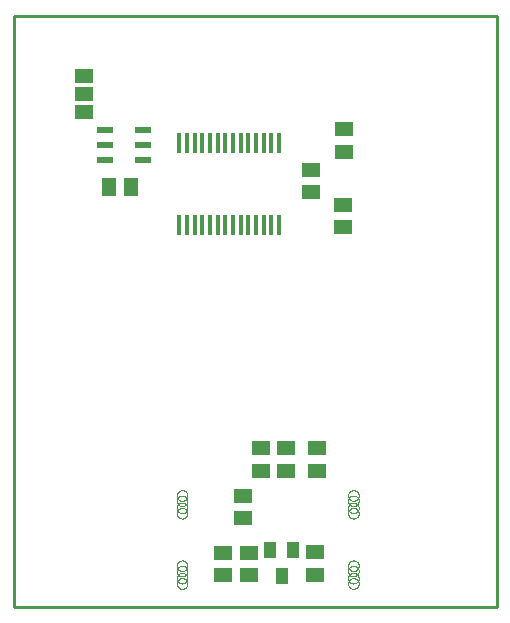
<source format=gbp>
G75*
%MOIN*%
%OFA0B0*%
%FSLAX25Y25*%
%IPPOS*%
%LPD*%
%AMOC8*
5,1,8,0,0,1.08239X$1,22.5*
%
%ADD10C,0.01000*%
%ADD11R,0.05236X0.02087*%
%ADD12R,0.05118X0.05906*%
%ADD13R,0.06300X0.04600*%
%ADD14R,0.01370X0.07087*%
%ADD15C,0.00000*%
%ADD16R,0.05906X0.05118*%
%ADD17R,0.03937X0.05512*%
%ADD18R,0.06299X0.05118*%
D10*
X0045031Y0019923D02*
X0045031Y0216673D01*
X0206031Y0216673D01*
X0206031Y0019923D01*
X0045031Y0019923D01*
D11*
X0075431Y0168773D03*
X0075431Y0173773D03*
X0075431Y0178773D03*
X0088031Y0178773D03*
X0088031Y0173773D03*
X0088031Y0168773D03*
D12*
X0084221Y0159823D03*
X0076741Y0159823D03*
D13*
X0068431Y0184923D03*
X0068431Y0190923D03*
X0068431Y0196923D03*
D14*
X0100204Y0174429D03*
X0102763Y0174429D03*
X0105323Y0174429D03*
X0107882Y0174429D03*
X0110441Y0174429D03*
X0113000Y0174429D03*
X0115559Y0174429D03*
X0118118Y0174429D03*
X0120677Y0174429D03*
X0123236Y0174429D03*
X0125795Y0174429D03*
X0128354Y0174429D03*
X0130913Y0174429D03*
X0133472Y0174429D03*
X0133472Y0147216D03*
X0130913Y0147216D03*
X0128354Y0147216D03*
X0125795Y0147216D03*
X0123236Y0147216D03*
X0120677Y0147216D03*
X0118118Y0147216D03*
X0115559Y0147216D03*
X0113000Y0147216D03*
X0110441Y0147216D03*
X0107882Y0147216D03*
X0105323Y0147216D03*
X0102763Y0147216D03*
X0100204Y0147216D03*
D15*
X0099416Y0056974D02*
X0099418Y0057058D01*
X0099424Y0057141D01*
X0099434Y0057224D01*
X0099448Y0057307D01*
X0099465Y0057389D01*
X0099487Y0057470D01*
X0099512Y0057549D01*
X0099541Y0057628D01*
X0099574Y0057705D01*
X0099610Y0057780D01*
X0099650Y0057854D01*
X0099693Y0057926D01*
X0099740Y0057995D01*
X0099790Y0058062D01*
X0099843Y0058127D01*
X0099899Y0058189D01*
X0099957Y0058249D01*
X0100019Y0058306D01*
X0100083Y0058359D01*
X0100150Y0058410D01*
X0100219Y0058457D01*
X0100290Y0058502D01*
X0100363Y0058542D01*
X0100438Y0058579D01*
X0100515Y0058613D01*
X0100593Y0058643D01*
X0100672Y0058669D01*
X0100753Y0058692D01*
X0100835Y0058710D01*
X0100917Y0058725D01*
X0101000Y0058736D01*
X0101083Y0058743D01*
X0101167Y0058746D01*
X0101251Y0058745D01*
X0101334Y0058740D01*
X0101418Y0058731D01*
X0101500Y0058718D01*
X0101582Y0058702D01*
X0101663Y0058681D01*
X0101744Y0058657D01*
X0101822Y0058629D01*
X0101900Y0058597D01*
X0101976Y0058561D01*
X0102050Y0058522D01*
X0102122Y0058480D01*
X0102192Y0058434D01*
X0102260Y0058385D01*
X0102325Y0058333D01*
X0102388Y0058278D01*
X0102448Y0058220D01*
X0102506Y0058159D01*
X0102560Y0058095D01*
X0102612Y0058029D01*
X0102660Y0057961D01*
X0102705Y0057890D01*
X0102746Y0057817D01*
X0102785Y0057743D01*
X0102819Y0057667D01*
X0102850Y0057589D01*
X0102877Y0057510D01*
X0102901Y0057429D01*
X0102920Y0057348D01*
X0102936Y0057266D01*
X0102948Y0057183D01*
X0102956Y0057099D01*
X0102960Y0057016D01*
X0102960Y0056932D01*
X0102956Y0056849D01*
X0102948Y0056765D01*
X0102936Y0056682D01*
X0102920Y0056600D01*
X0102901Y0056519D01*
X0102877Y0056438D01*
X0102850Y0056359D01*
X0102819Y0056281D01*
X0102785Y0056205D01*
X0102746Y0056131D01*
X0102705Y0056058D01*
X0102660Y0055987D01*
X0102612Y0055919D01*
X0102560Y0055853D01*
X0102506Y0055789D01*
X0102448Y0055728D01*
X0102388Y0055670D01*
X0102325Y0055615D01*
X0102260Y0055563D01*
X0102192Y0055514D01*
X0102122Y0055468D01*
X0102050Y0055426D01*
X0101976Y0055387D01*
X0101900Y0055351D01*
X0101822Y0055319D01*
X0101744Y0055291D01*
X0101663Y0055267D01*
X0101582Y0055246D01*
X0101500Y0055230D01*
X0101418Y0055217D01*
X0101334Y0055208D01*
X0101251Y0055203D01*
X0101167Y0055202D01*
X0101083Y0055205D01*
X0101000Y0055212D01*
X0100917Y0055223D01*
X0100835Y0055238D01*
X0100753Y0055256D01*
X0100672Y0055279D01*
X0100593Y0055305D01*
X0100515Y0055335D01*
X0100438Y0055369D01*
X0100363Y0055406D01*
X0100290Y0055446D01*
X0100219Y0055491D01*
X0100150Y0055538D01*
X0100083Y0055589D01*
X0100019Y0055642D01*
X0099957Y0055699D01*
X0099899Y0055759D01*
X0099843Y0055821D01*
X0099790Y0055886D01*
X0099740Y0055953D01*
X0099693Y0056022D01*
X0099650Y0056094D01*
X0099610Y0056168D01*
X0099574Y0056243D01*
X0099541Y0056320D01*
X0099512Y0056399D01*
X0099487Y0056478D01*
X0099465Y0056559D01*
X0099448Y0056641D01*
X0099434Y0056724D01*
X0099424Y0056807D01*
X0099418Y0056890D01*
X0099416Y0056974D01*
X0099416Y0055202D02*
X0099418Y0055286D01*
X0099424Y0055369D01*
X0099434Y0055452D01*
X0099448Y0055535D01*
X0099465Y0055617D01*
X0099487Y0055698D01*
X0099512Y0055777D01*
X0099541Y0055856D01*
X0099574Y0055933D01*
X0099610Y0056008D01*
X0099650Y0056082D01*
X0099693Y0056154D01*
X0099740Y0056223D01*
X0099790Y0056290D01*
X0099843Y0056355D01*
X0099899Y0056417D01*
X0099957Y0056477D01*
X0100019Y0056534D01*
X0100083Y0056587D01*
X0100150Y0056638D01*
X0100219Y0056685D01*
X0100290Y0056730D01*
X0100363Y0056770D01*
X0100438Y0056807D01*
X0100515Y0056841D01*
X0100593Y0056871D01*
X0100672Y0056897D01*
X0100753Y0056920D01*
X0100835Y0056938D01*
X0100917Y0056953D01*
X0101000Y0056964D01*
X0101083Y0056971D01*
X0101167Y0056974D01*
X0101251Y0056973D01*
X0101334Y0056968D01*
X0101418Y0056959D01*
X0101500Y0056946D01*
X0101582Y0056930D01*
X0101663Y0056909D01*
X0101744Y0056885D01*
X0101822Y0056857D01*
X0101900Y0056825D01*
X0101976Y0056789D01*
X0102050Y0056750D01*
X0102122Y0056708D01*
X0102192Y0056662D01*
X0102260Y0056613D01*
X0102325Y0056561D01*
X0102388Y0056506D01*
X0102448Y0056448D01*
X0102506Y0056387D01*
X0102560Y0056323D01*
X0102612Y0056257D01*
X0102660Y0056189D01*
X0102705Y0056118D01*
X0102746Y0056045D01*
X0102785Y0055971D01*
X0102819Y0055895D01*
X0102850Y0055817D01*
X0102877Y0055738D01*
X0102901Y0055657D01*
X0102920Y0055576D01*
X0102936Y0055494D01*
X0102948Y0055411D01*
X0102956Y0055327D01*
X0102960Y0055244D01*
X0102960Y0055160D01*
X0102956Y0055077D01*
X0102948Y0054993D01*
X0102936Y0054910D01*
X0102920Y0054828D01*
X0102901Y0054747D01*
X0102877Y0054666D01*
X0102850Y0054587D01*
X0102819Y0054509D01*
X0102785Y0054433D01*
X0102746Y0054359D01*
X0102705Y0054286D01*
X0102660Y0054215D01*
X0102612Y0054147D01*
X0102560Y0054081D01*
X0102506Y0054017D01*
X0102448Y0053956D01*
X0102388Y0053898D01*
X0102325Y0053843D01*
X0102260Y0053791D01*
X0102192Y0053742D01*
X0102122Y0053696D01*
X0102050Y0053654D01*
X0101976Y0053615D01*
X0101900Y0053579D01*
X0101822Y0053547D01*
X0101744Y0053519D01*
X0101663Y0053495D01*
X0101582Y0053474D01*
X0101500Y0053458D01*
X0101418Y0053445D01*
X0101334Y0053436D01*
X0101251Y0053431D01*
X0101167Y0053430D01*
X0101083Y0053433D01*
X0101000Y0053440D01*
X0100917Y0053451D01*
X0100835Y0053466D01*
X0100753Y0053484D01*
X0100672Y0053507D01*
X0100593Y0053533D01*
X0100515Y0053563D01*
X0100438Y0053597D01*
X0100363Y0053634D01*
X0100290Y0053674D01*
X0100219Y0053719D01*
X0100150Y0053766D01*
X0100083Y0053817D01*
X0100019Y0053870D01*
X0099957Y0053927D01*
X0099899Y0053987D01*
X0099843Y0054049D01*
X0099790Y0054114D01*
X0099740Y0054181D01*
X0099693Y0054250D01*
X0099650Y0054322D01*
X0099610Y0054396D01*
X0099574Y0054471D01*
X0099541Y0054548D01*
X0099512Y0054627D01*
X0099487Y0054706D01*
X0099465Y0054787D01*
X0099448Y0054869D01*
X0099434Y0054952D01*
X0099424Y0055035D01*
X0099418Y0055118D01*
X0099416Y0055202D01*
X0099416Y0052840D02*
X0099418Y0052924D01*
X0099424Y0053007D01*
X0099434Y0053090D01*
X0099448Y0053173D01*
X0099465Y0053255D01*
X0099487Y0053336D01*
X0099512Y0053415D01*
X0099541Y0053494D01*
X0099574Y0053571D01*
X0099610Y0053646D01*
X0099650Y0053720D01*
X0099693Y0053792D01*
X0099740Y0053861D01*
X0099790Y0053928D01*
X0099843Y0053993D01*
X0099899Y0054055D01*
X0099957Y0054115D01*
X0100019Y0054172D01*
X0100083Y0054225D01*
X0100150Y0054276D01*
X0100219Y0054323D01*
X0100290Y0054368D01*
X0100363Y0054408D01*
X0100438Y0054445D01*
X0100515Y0054479D01*
X0100593Y0054509D01*
X0100672Y0054535D01*
X0100753Y0054558D01*
X0100835Y0054576D01*
X0100917Y0054591D01*
X0101000Y0054602D01*
X0101083Y0054609D01*
X0101167Y0054612D01*
X0101251Y0054611D01*
X0101334Y0054606D01*
X0101418Y0054597D01*
X0101500Y0054584D01*
X0101582Y0054568D01*
X0101663Y0054547D01*
X0101744Y0054523D01*
X0101822Y0054495D01*
X0101900Y0054463D01*
X0101976Y0054427D01*
X0102050Y0054388D01*
X0102122Y0054346D01*
X0102192Y0054300D01*
X0102260Y0054251D01*
X0102325Y0054199D01*
X0102388Y0054144D01*
X0102448Y0054086D01*
X0102506Y0054025D01*
X0102560Y0053961D01*
X0102612Y0053895D01*
X0102660Y0053827D01*
X0102705Y0053756D01*
X0102746Y0053683D01*
X0102785Y0053609D01*
X0102819Y0053533D01*
X0102850Y0053455D01*
X0102877Y0053376D01*
X0102901Y0053295D01*
X0102920Y0053214D01*
X0102936Y0053132D01*
X0102948Y0053049D01*
X0102956Y0052965D01*
X0102960Y0052882D01*
X0102960Y0052798D01*
X0102956Y0052715D01*
X0102948Y0052631D01*
X0102936Y0052548D01*
X0102920Y0052466D01*
X0102901Y0052385D01*
X0102877Y0052304D01*
X0102850Y0052225D01*
X0102819Y0052147D01*
X0102785Y0052071D01*
X0102746Y0051997D01*
X0102705Y0051924D01*
X0102660Y0051853D01*
X0102612Y0051785D01*
X0102560Y0051719D01*
X0102506Y0051655D01*
X0102448Y0051594D01*
X0102388Y0051536D01*
X0102325Y0051481D01*
X0102260Y0051429D01*
X0102192Y0051380D01*
X0102122Y0051334D01*
X0102050Y0051292D01*
X0101976Y0051253D01*
X0101900Y0051217D01*
X0101822Y0051185D01*
X0101744Y0051157D01*
X0101663Y0051133D01*
X0101582Y0051112D01*
X0101500Y0051096D01*
X0101418Y0051083D01*
X0101334Y0051074D01*
X0101251Y0051069D01*
X0101167Y0051068D01*
X0101083Y0051071D01*
X0101000Y0051078D01*
X0100917Y0051089D01*
X0100835Y0051104D01*
X0100753Y0051122D01*
X0100672Y0051145D01*
X0100593Y0051171D01*
X0100515Y0051201D01*
X0100438Y0051235D01*
X0100363Y0051272D01*
X0100290Y0051312D01*
X0100219Y0051357D01*
X0100150Y0051404D01*
X0100083Y0051455D01*
X0100019Y0051508D01*
X0099957Y0051565D01*
X0099899Y0051625D01*
X0099843Y0051687D01*
X0099790Y0051752D01*
X0099740Y0051819D01*
X0099693Y0051888D01*
X0099650Y0051960D01*
X0099610Y0052034D01*
X0099574Y0052109D01*
X0099541Y0052186D01*
X0099512Y0052265D01*
X0099487Y0052344D01*
X0099465Y0052425D01*
X0099448Y0052507D01*
X0099434Y0052590D01*
X0099424Y0052673D01*
X0099418Y0052756D01*
X0099416Y0052840D01*
X0099416Y0051068D02*
X0099418Y0051152D01*
X0099424Y0051235D01*
X0099434Y0051318D01*
X0099448Y0051401D01*
X0099465Y0051483D01*
X0099487Y0051564D01*
X0099512Y0051643D01*
X0099541Y0051722D01*
X0099574Y0051799D01*
X0099610Y0051874D01*
X0099650Y0051948D01*
X0099693Y0052020D01*
X0099740Y0052089D01*
X0099790Y0052156D01*
X0099843Y0052221D01*
X0099899Y0052283D01*
X0099957Y0052343D01*
X0100019Y0052400D01*
X0100083Y0052453D01*
X0100150Y0052504D01*
X0100219Y0052551D01*
X0100290Y0052596D01*
X0100363Y0052636D01*
X0100438Y0052673D01*
X0100515Y0052707D01*
X0100593Y0052737D01*
X0100672Y0052763D01*
X0100753Y0052786D01*
X0100835Y0052804D01*
X0100917Y0052819D01*
X0101000Y0052830D01*
X0101083Y0052837D01*
X0101167Y0052840D01*
X0101251Y0052839D01*
X0101334Y0052834D01*
X0101418Y0052825D01*
X0101500Y0052812D01*
X0101582Y0052796D01*
X0101663Y0052775D01*
X0101744Y0052751D01*
X0101822Y0052723D01*
X0101900Y0052691D01*
X0101976Y0052655D01*
X0102050Y0052616D01*
X0102122Y0052574D01*
X0102192Y0052528D01*
X0102260Y0052479D01*
X0102325Y0052427D01*
X0102388Y0052372D01*
X0102448Y0052314D01*
X0102506Y0052253D01*
X0102560Y0052189D01*
X0102612Y0052123D01*
X0102660Y0052055D01*
X0102705Y0051984D01*
X0102746Y0051911D01*
X0102785Y0051837D01*
X0102819Y0051761D01*
X0102850Y0051683D01*
X0102877Y0051604D01*
X0102901Y0051523D01*
X0102920Y0051442D01*
X0102936Y0051360D01*
X0102948Y0051277D01*
X0102956Y0051193D01*
X0102960Y0051110D01*
X0102960Y0051026D01*
X0102956Y0050943D01*
X0102948Y0050859D01*
X0102936Y0050776D01*
X0102920Y0050694D01*
X0102901Y0050613D01*
X0102877Y0050532D01*
X0102850Y0050453D01*
X0102819Y0050375D01*
X0102785Y0050299D01*
X0102746Y0050225D01*
X0102705Y0050152D01*
X0102660Y0050081D01*
X0102612Y0050013D01*
X0102560Y0049947D01*
X0102506Y0049883D01*
X0102448Y0049822D01*
X0102388Y0049764D01*
X0102325Y0049709D01*
X0102260Y0049657D01*
X0102192Y0049608D01*
X0102122Y0049562D01*
X0102050Y0049520D01*
X0101976Y0049481D01*
X0101900Y0049445D01*
X0101822Y0049413D01*
X0101744Y0049385D01*
X0101663Y0049361D01*
X0101582Y0049340D01*
X0101500Y0049324D01*
X0101418Y0049311D01*
X0101334Y0049302D01*
X0101251Y0049297D01*
X0101167Y0049296D01*
X0101083Y0049299D01*
X0101000Y0049306D01*
X0100917Y0049317D01*
X0100835Y0049332D01*
X0100753Y0049350D01*
X0100672Y0049373D01*
X0100593Y0049399D01*
X0100515Y0049429D01*
X0100438Y0049463D01*
X0100363Y0049500D01*
X0100290Y0049540D01*
X0100219Y0049585D01*
X0100150Y0049632D01*
X0100083Y0049683D01*
X0100019Y0049736D01*
X0099957Y0049793D01*
X0099899Y0049853D01*
X0099843Y0049915D01*
X0099790Y0049980D01*
X0099740Y0050047D01*
X0099693Y0050116D01*
X0099650Y0050188D01*
X0099610Y0050262D01*
X0099574Y0050337D01*
X0099541Y0050414D01*
X0099512Y0050493D01*
X0099487Y0050572D01*
X0099465Y0050653D01*
X0099448Y0050735D01*
X0099434Y0050818D01*
X0099424Y0050901D01*
X0099418Y0050984D01*
X0099416Y0051068D01*
X0099416Y0033549D02*
X0099418Y0033633D01*
X0099424Y0033716D01*
X0099434Y0033799D01*
X0099448Y0033882D01*
X0099465Y0033964D01*
X0099487Y0034045D01*
X0099512Y0034124D01*
X0099541Y0034203D01*
X0099574Y0034280D01*
X0099610Y0034355D01*
X0099650Y0034429D01*
X0099693Y0034501D01*
X0099740Y0034570D01*
X0099790Y0034637D01*
X0099843Y0034702D01*
X0099899Y0034764D01*
X0099957Y0034824D01*
X0100019Y0034881D01*
X0100083Y0034934D01*
X0100150Y0034985D01*
X0100219Y0035032D01*
X0100290Y0035077D01*
X0100363Y0035117D01*
X0100438Y0035154D01*
X0100515Y0035188D01*
X0100593Y0035218D01*
X0100672Y0035244D01*
X0100753Y0035267D01*
X0100835Y0035285D01*
X0100917Y0035300D01*
X0101000Y0035311D01*
X0101083Y0035318D01*
X0101167Y0035321D01*
X0101251Y0035320D01*
X0101334Y0035315D01*
X0101418Y0035306D01*
X0101500Y0035293D01*
X0101582Y0035277D01*
X0101663Y0035256D01*
X0101744Y0035232D01*
X0101822Y0035204D01*
X0101900Y0035172D01*
X0101976Y0035136D01*
X0102050Y0035097D01*
X0102122Y0035055D01*
X0102192Y0035009D01*
X0102260Y0034960D01*
X0102325Y0034908D01*
X0102388Y0034853D01*
X0102448Y0034795D01*
X0102506Y0034734D01*
X0102560Y0034670D01*
X0102612Y0034604D01*
X0102660Y0034536D01*
X0102705Y0034465D01*
X0102746Y0034392D01*
X0102785Y0034318D01*
X0102819Y0034242D01*
X0102850Y0034164D01*
X0102877Y0034085D01*
X0102901Y0034004D01*
X0102920Y0033923D01*
X0102936Y0033841D01*
X0102948Y0033758D01*
X0102956Y0033674D01*
X0102960Y0033591D01*
X0102960Y0033507D01*
X0102956Y0033424D01*
X0102948Y0033340D01*
X0102936Y0033257D01*
X0102920Y0033175D01*
X0102901Y0033094D01*
X0102877Y0033013D01*
X0102850Y0032934D01*
X0102819Y0032856D01*
X0102785Y0032780D01*
X0102746Y0032706D01*
X0102705Y0032633D01*
X0102660Y0032562D01*
X0102612Y0032494D01*
X0102560Y0032428D01*
X0102506Y0032364D01*
X0102448Y0032303D01*
X0102388Y0032245D01*
X0102325Y0032190D01*
X0102260Y0032138D01*
X0102192Y0032089D01*
X0102122Y0032043D01*
X0102050Y0032001D01*
X0101976Y0031962D01*
X0101900Y0031926D01*
X0101822Y0031894D01*
X0101744Y0031866D01*
X0101663Y0031842D01*
X0101582Y0031821D01*
X0101500Y0031805D01*
X0101418Y0031792D01*
X0101334Y0031783D01*
X0101251Y0031778D01*
X0101167Y0031777D01*
X0101083Y0031780D01*
X0101000Y0031787D01*
X0100917Y0031798D01*
X0100835Y0031813D01*
X0100753Y0031831D01*
X0100672Y0031854D01*
X0100593Y0031880D01*
X0100515Y0031910D01*
X0100438Y0031944D01*
X0100363Y0031981D01*
X0100290Y0032021D01*
X0100219Y0032066D01*
X0100150Y0032113D01*
X0100083Y0032164D01*
X0100019Y0032217D01*
X0099957Y0032274D01*
X0099899Y0032334D01*
X0099843Y0032396D01*
X0099790Y0032461D01*
X0099740Y0032528D01*
X0099693Y0032597D01*
X0099650Y0032669D01*
X0099610Y0032743D01*
X0099574Y0032818D01*
X0099541Y0032895D01*
X0099512Y0032974D01*
X0099487Y0033053D01*
X0099465Y0033134D01*
X0099448Y0033216D01*
X0099434Y0033299D01*
X0099424Y0033382D01*
X0099418Y0033465D01*
X0099416Y0033549D01*
X0099416Y0031777D02*
X0099418Y0031861D01*
X0099424Y0031944D01*
X0099434Y0032027D01*
X0099448Y0032110D01*
X0099465Y0032192D01*
X0099487Y0032273D01*
X0099512Y0032352D01*
X0099541Y0032431D01*
X0099574Y0032508D01*
X0099610Y0032583D01*
X0099650Y0032657D01*
X0099693Y0032729D01*
X0099740Y0032798D01*
X0099790Y0032865D01*
X0099843Y0032930D01*
X0099899Y0032992D01*
X0099957Y0033052D01*
X0100019Y0033109D01*
X0100083Y0033162D01*
X0100150Y0033213D01*
X0100219Y0033260D01*
X0100290Y0033305D01*
X0100363Y0033345D01*
X0100438Y0033382D01*
X0100515Y0033416D01*
X0100593Y0033446D01*
X0100672Y0033472D01*
X0100753Y0033495D01*
X0100835Y0033513D01*
X0100917Y0033528D01*
X0101000Y0033539D01*
X0101083Y0033546D01*
X0101167Y0033549D01*
X0101251Y0033548D01*
X0101334Y0033543D01*
X0101418Y0033534D01*
X0101500Y0033521D01*
X0101582Y0033505D01*
X0101663Y0033484D01*
X0101744Y0033460D01*
X0101822Y0033432D01*
X0101900Y0033400D01*
X0101976Y0033364D01*
X0102050Y0033325D01*
X0102122Y0033283D01*
X0102192Y0033237D01*
X0102260Y0033188D01*
X0102325Y0033136D01*
X0102388Y0033081D01*
X0102448Y0033023D01*
X0102506Y0032962D01*
X0102560Y0032898D01*
X0102612Y0032832D01*
X0102660Y0032764D01*
X0102705Y0032693D01*
X0102746Y0032620D01*
X0102785Y0032546D01*
X0102819Y0032470D01*
X0102850Y0032392D01*
X0102877Y0032313D01*
X0102901Y0032232D01*
X0102920Y0032151D01*
X0102936Y0032069D01*
X0102948Y0031986D01*
X0102956Y0031902D01*
X0102960Y0031819D01*
X0102960Y0031735D01*
X0102956Y0031652D01*
X0102948Y0031568D01*
X0102936Y0031485D01*
X0102920Y0031403D01*
X0102901Y0031322D01*
X0102877Y0031241D01*
X0102850Y0031162D01*
X0102819Y0031084D01*
X0102785Y0031008D01*
X0102746Y0030934D01*
X0102705Y0030861D01*
X0102660Y0030790D01*
X0102612Y0030722D01*
X0102560Y0030656D01*
X0102506Y0030592D01*
X0102448Y0030531D01*
X0102388Y0030473D01*
X0102325Y0030418D01*
X0102260Y0030366D01*
X0102192Y0030317D01*
X0102122Y0030271D01*
X0102050Y0030229D01*
X0101976Y0030190D01*
X0101900Y0030154D01*
X0101822Y0030122D01*
X0101744Y0030094D01*
X0101663Y0030070D01*
X0101582Y0030049D01*
X0101500Y0030033D01*
X0101418Y0030020D01*
X0101334Y0030011D01*
X0101251Y0030006D01*
X0101167Y0030005D01*
X0101083Y0030008D01*
X0101000Y0030015D01*
X0100917Y0030026D01*
X0100835Y0030041D01*
X0100753Y0030059D01*
X0100672Y0030082D01*
X0100593Y0030108D01*
X0100515Y0030138D01*
X0100438Y0030172D01*
X0100363Y0030209D01*
X0100290Y0030249D01*
X0100219Y0030294D01*
X0100150Y0030341D01*
X0100083Y0030392D01*
X0100019Y0030445D01*
X0099957Y0030502D01*
X0099899Y0030562D01*
X0099843Y0030624D01*
X0099790Y0030689D01*
X0099740Y0030756D01*
X0099693Y0030825D01*
X0099650Y0030897D01*
X0099610Y0030971D01*
X0099574Y0031046D01*
X0099541Y0031123D01*
X0099512Y0031202D01*
X0099487Y0031281D01*
X0099465Y0031362D01*
X0099448Y0031444D01*
X0099434Y0031527D01*
X0099424Y0031610D01*
X0099418Y0031693D01*
X0099416Y0031777D01*
X0099416Y0029415D02*
X0099418Y0029499D01*
X0099424Y0029582D01*
X0099434Y0029665D01*
X0099448Y0029748D01*
X0099465Y0029830D01*
X0099487Y0029911D01*
X0099512Y0029990D01*
X0099541Y0030069D01*
X0099574Y0030146D01*
X0099610Y0030221D01*
X0099650Y0030295D01*
X0099693Y0030367D01*
X0099740Y0030436D01*
X0099790Y0030503D01*
X0099843Y0030568D01*
X0099899Y0030630D01*
X0099957Y0030690D01*
X0100019Y0030747D01*
X0100083Y0030800D01*
X0100150Y0030851D01*
X0100219Y0030898D01*
X0100290Y0030943D01*
X0100363Y0030983D01*
X0100438Y0031020D01*
X0100515Y0031054D01*
X0100593Y0031084D01*
X0100672Y0031110D01*
X0100753Y0031133D01*
X0100835Y0031151D01*
X0100917Y0031166D01*
X0101000Y0031177D01*
X0101083Y0031184D01*
X0101167Y0031187D01*
X0101251Y0031186D01*
X0101334Y0031181D01*
X0101418Y0031172D01*
X0101500Y0031159D01*
X0101582Y0031143D01*
X0101663Y0031122D01*
X0101744Y0031098D01*
X0101822Y0031070D01*
X0101900Y0031038D01*
X0101976Y0031002D01*
X0102050Y0030963D01*
X0102122Y0030921D01*
X0102192Y0030875D01*
X0102260Y0030826D01*
X0102325Y0030774D01*
X0102388Y0030719D01*
X0102448Y0030661D01*
X0102506Y0030600D01*
X0102560Y0030536D01*
X0102612Y0030470D01*
X0102660Y0030402D01*
X0102705Y0030331D01*
X0102746Y0030258D01*
X0102785Y0030184D01*
X0102819Y0030108D01*
X0102850Y0030030D01*
X0102877Y0029951D01*
X0102901Y0029870D01*
X0102920Y0029789D01*
X0102936Y0029707D01*
X0102948Y0029624D01*
X0102956Y0029540D01*
X0102960Y0029457D01*
X0102960Y0029373D01*
X0102956Y0029290D01*
X0102948Y0029206D01*
X0102936Y0029123D01*
X0102920Y0029041D01*
X0102901Y0028960D01*
X0102877Y0028879D01*
X0102850Y0028800D01*
X0102819Y0028722D01*
X0102785Y0028646D01*
X0102746Y0028572D01*
X0102705Y0028499D01*
X0102660Y0028428D01*
X0102612Y0028360D01*
X0102560Y0028294D01*
X0102506Y0028230D01*
X0102448Y0028169D01*
X0102388Y0028111D01*
X0102325Y0028056D01*
X0102260Y0028004D01*
X0102192Y0027955D01*
X0102122Y0027909D01*
X0102050Y0027867D01*
X0101976Y0027828D01*
X0101900Y0027792D01*
X0101822Y0027760D01*
X0101744Y0027732D01*
X0101663Y0027708D01*
X0101582Y0027687D01*
X0101500Y0027671D01*
X0101418Y0027658D01*
X0101334Y0027649D01*
X0101251Y0027644D01*
X0101167Y0027643D01*
X0101083Y0027646D01*
X0101000Y0027653D01*
X0100917Y0027664D01*
X0100835Y0027679D01*
X0100753Y0027697D01*
X0100672Y0027720D01*
X0100593Y0027746D01*
X0100515Y0027776D01*
X0100438Y0027810D01*
X0100363Y0027847D01*
X0100290Y0027887D01*
X0100219Y0027932D01*
X0100150Y0027979D01*
X0100083Y0028030D01*
X0100019Y0028083D01*
X0099957Y0028140D01*
X0099899Y0028200D01*
X0099843Y0028262D01*
X0099790Y0028327D01*
X0099740Y0028394D01*
X0099693Y0028463D01*
X0099650Y0028535D01*
X0099610Y0028609D01*
X0099574Y0028684D01*
X0099541Y0028761D01*
X0099512Y0028840D01*
X0099487Y0028919D01*
X0099465Y0029000D01*
X0099448Y0029082D01*
X0099434Y0029165D01*
X0099424Y0029248D01*
X0099418Y0029331D01*
X0099416Y0029415D01*
X0099416Y0027643D02*
X0099418Y0027727D01*
X0099424Y0027810D01*
X0099434Y0027893D01*
X0099448Y0027976D01*
X0099465Y0028058D01*
X0099487Y0028139D01*
X0099512Y0028218D01*
X0099541Y0028297D01*
X0099574Y0028374D01*
X0099610Y0028449D01*
X0099650Y0028523D01*
X0099693Y0028595D01*
X0099740Y0028664D01*
X0099790Y0028731D01*
X0099843Y0028796D01*
X0099899Y0028858D01*
X0099957Y0028918D01*
X0100019Y0028975D01*
X0100083Y0029028D01*
X0100150Y0029079D01*
X0100219Y0029126D01*
X0100290Y0029171D01*
X0100363Y0029211D01*
X0100438Y0029248D01*
X0100515Y0029282D01*
X0100593Y0029312D01*
X0100672Y0029338D01*
X0100753Y0029361D01*
X0100835Y0029379D01*
X0100917Y0029394D01*
X0101000Y0029405D01*
X0101083Y0029412D01*
X0101167Y0029415D01*
X0101251Y0029414D01*
X0101334Y0029409D01*
X0101418Y0029400D01*
X0101500Y0029387D01*
X0101582Y0029371D01*
X0101663Y0029350D01*
X0101744Y0029326D01*
X0101822Y0029298D01*
X0101900Y0029266D01*
X0101976Y0029230D01*
X0102050Y0029191D01*
X0102122Y0029149D01*
X0102192Y0029103D01*
X0102260Y0029054D01*
X0102325Y0029002D01*
X0102388Y0028947D01*
X0102448Y0028889D01*
X0102506Y0028828D01*
X0102560Y0028764D01*
X0102612Y0028698D01*
X0102660Y0028630D01*
X0102705Y0028559D01*
X0102746Y0028486D01*
X0102785Y0028412D01*
X0102819Y0028336D01*
X0102850Y0028258D01*
X0102877Y0028179D01*
X0102901Y0028098D01*
X0102920Y0028017D01*
X0102936Y0027935D01*
X0102948Y0027852D01*
X0102956Y0027768D01*
X0102960Y0027685D01*
X0102960Y0027601D01*
X0102956Y0027518D01*
X0102948Y0027434D01*
X0102936Y0027351D01*
X0102920Y0027269D01*
X0102901Y0027188D01*
X0102877Y0027107D01*
X0102850Y0027028D01*
X0102819Y0026950D01*
X0102785Y0026874D01*
X0102746Y0026800D01*
X0102705Y0026727D01*
X0102660Y0026656D01*
X0102612Y0026588D01*
X0102560Y0026522D01*
X0102506Y0026458D01*
X0102448Y0026397D01*
X0102388Y0026339D01*
X0102325Y0026284D01*
X0102260Y0026232D01*
X0102192Y0026183D01*
X0102122Y0026137D01*
X0102050Y0026095D01*
X0101976Y0026056D01*
X0101900Y0026020D01*
X0101822Y0025988D01*
X0101744Y0025960D01*
X0101663Y0025936D01*
X0101582Y0025915D01*
X0101500Y0025899D01*
X0101418Y0025886D01*
X0101334Y0025877D01*
X0101251Y0025872D01*
X0101167Y0025871D01*
X0101083Y0025874D01*
X0101000Y0025881D01*
X0100917Y0025892D01*
X0100835Y0025907D01*
X0100753Y0025925D01*
X0100672Y0025948D01*
X0100593Y0025974D01*
X0100515Y0026004D01*
X0100438Y0026038D01*
X0100363Y0026075D01*
X0100290Y0026115D01*
X0100219Y0026160D01*
X0100150Y0026207D01*
X0100083Y0026258D01*
X0100019Y0026311D01*
X0099957Y0026368D01*
X0099899Y0026428D01*
X0099843Y0026490D01*
X0099790Y0026555D01*
X0099740Y0026622D01*
X0099693Y0026691D01*
X0099650Y0026763D01*
X0099610Y0026837D01*
X0099574Y0026912D01*
X0099541Y0026989D01*
X0099512Y0027068D01*
X0099487Y0027147D01*
X0099465Y0027228D01*
X0099448Y0027310D01*
X0099434Y0027393D01*
X0099424Y0027476D01*
X0099418Y0027559D01*
X0099416Y0027643D01*
X0156503Y0027643D02*
X0156505Y0027727D01*
X0156511Y0027810D01*
X0156521Y0027893D01*
X0156535Y0027976D01*
X0156552Y0028058D01*
X0156574Y0028139D01*
X0156599Y0028218D01*
X0156628Y0028297D01*
X0156661Y0028374D01*
X0156697Y0028449D01*
X0156737Y0028523D01*
X0156780Y0028595D01*
X0156827Y0028664D01*
X0156877Y0028731D01*
X0156930Y0028796D01*
X0156986Y0028858D01*
X0157044Y0028918D01*
X0157106Y0028975D01*
X0157170Y0029028D01*
X0157237Y0029079D01*
X0157306Y0029126D01*
X0157377Y0029171D01*
X0157450Y0029211D01*
X0157525Y0029248D01*
X0157602Y0029282D01*
X0157680Y0029312D01*
X0157759Y0029338D01*
X0157840Y0029361D01*
X0157922Y0029379D01*
X0158004Y0029394D01*
X0158087Y0029405D01*
X0158170Y0029412D01*
X0158254Y0029415D01*
X0158338Y0029414D01*
X0158421Y0029409D01*
X0158505Y0029400D01*
X0158587Y0029387D01*
X0158669Y0029371D01*
X0158750Y0029350D01*
X0158831Y0029326D01*
X0158909Y0029298D01*
X0158987Y0029266D01*
X0159063Y0029230D01*
X0159137Y0029191D01*
X0159209Y0029149D01*
X0159279Y0029103D01*
X0159347Y0029054D01*
X0159412Y0029002D01*
X0159475Y0028947D01*
X0159535Y0028889D01*
X0159593Y0028828D01*
X0159647Y0028764D01*
X0159699Y0028698D01*
X0159747Y0028630D01*
X0159792Y0028559D01*
X0159833Y0028486D01*
X0159872Y0028412D01*
X0159906Y0028336D01*
X0159937Y0028258D01*
X0159964Y0028179D01*
X0159988Y0028098D01*
X0160007Y0028017D01*
X0160023Y0027935D01*
X0160035Y0027852D01*
X0160043Y0027768D01*
X0160047Y0027685D01*
X0160047Y0027601D01*
X0160043Y0027518D01*
X0160035Y0027434D01*
X0160023Y0027351D01*
X0160007Y0027269D01*
X0159988Y0027188D01*
X0159964Y0027107D01*
X0159937Y0027028D01*
X0159906Y0026950D01*
X0159872Y0026874D01*
X0159833Y0026800D01*
X0159792Y0026727D01*
X0159747Y0026656D01*
X0159699Y0026588D01*
X0159647Y0026522D01*
X0159593Y0026458D01*
X0159535Y0026397D01*
X0159475Y0026339D01*
X0159412Y0026284D01*
X0159347Y0026232D01*
X0159279Y0026183D01*
X0159209Y0026137D01*
X0159137Y0026095D01*
X0159063Y0026056D01*
X0158987Y0026020D01*
X0158909Y0025988D01*
X0158831Y0025960D01*
X0158750Y0025936D01*
X0158669Y0025915D01*
X0158587Y0025899D01*
X0158505Y0025886D01*
X0158421Y0025877D01*
X0158338Y0025872D01*
X0158254Y0025871D01*
X0158170Y0025874D01*
X0158087Y0025881D01*
X0158004Y0025892D01*
X0157922Y0025907D01*
X0157840Y0025925D01*
X0157759Y0025948D01*
X0157680Y0025974D01*
X0157602Y0026004D01*
X0157525Y0026038D01*
X0157450Y0026075D01*
X0157377Y0026115D01*
X0157306Y0026160D01*
X0157237Y0026207D01*
X0157170Y0026258D01*
X0157106Y0026311D01*
X0157044Y0026368D01*
X0156986Y0026428D01*
X0156930Y0026490D01*
X0156877Y0026555D01*
X0156827Y0026622D01*
X0156780Y0026691D01*
X0156737Y0026763D01*
X0156697Y0026837D01*
X0156661Y0026912D01*
X0156628Y0026989D01*
X0156599Y0027068D01*
X0156574Y0027147D01*
X0156552Y0027228D01*
X0156535Y0027310D01*
X0156521Y0027393D01*
X0156511Y0027476D01*
X0156505Y0027559D01*
X0156503Y0027643D01*
X0156503Y0029415D02*
X0156505Y0029499D01*
X0156511Y0029582D01*
X0156521Y0029665D01*
X0156535Y0029748D01*
X0156552Y0029830D01*
X0156574Y0029911D01*
X0156599Y0029990D01*
X0156628Y0030069D01*
X0156661Y0030146D01*
X0156697Y0030221D01*
X0156737Y0030295D01*
X0156780Y0030367D01*
X0156827Y0030436D01*
X0156877Y0030503D01*
X0156930Y0030568D01*
X0156986Y0030630D01*
X0157044Y0030690D01*
X0157106Y0030747D01*
X0157170Y0030800D01*
X0157237Y0030851D01*
X0157306Y0030898D01*
X0157377Y0030943D01*
X0157450Y0030983D01*
X0157525Y0031020D01*
X0157602Y0031054D01*
X0157680Y0031084D01*
X0157759Y0031110D01*
X0157840Y0031133D01*
X0157922Y0031151D01*
X0158004Y0031166D01*
X0158087Y0031177D01*
X0158170Y0031184D01*
X0158254Y0031187D01*
X0158338Y0031186D01*
X0158421Y0031181D01*
X0158505Y0031172D01*
X0158587Y0031159D01*
X0158669Y0031143D01*
X0158750Y0031122D01*
X0158831Y0031098D01*
X0158909Y0031070D01*
X0158987Y0031038D01*
X0159063Y0031002D01*
X0159137Y0030963D01*
X0159209Y0030921D01*
X0159279Y0030875D01*
X0159347Y0030826D01*
X0159412Y0030774D01*
X0159475Y0030719D01*
X0159535Y0030661D01*
X0159593Y0030600D01*
X0159647Y0030536D01*
X0159699Y0030470D01*
X0159747Y0030402D01*
X0159792Y0030331D01*
X0159833Y0030258D01*
X0159872Y0030184D01*
X0159906Y0030108D01*
X0159937Y0030030D01*
X0159964Y0029951D01*
X0159988Y0029870D01*
X0160007Y0029789D01*
X0160023Y0029707D01*
X0160035Y0029624D01*
X0160043Y0029540D01*
X0160047Y0029457D01*
X0160047Y0029373D01*
X0160043Y0029290D01*
X0160035Y0029206D01*
X0160023Y0029123D01*
X0160007Y0029041D01*
X0159988Y0028960D01*
X0159964Y0028879D01*
X0159937Y0028800D01*
X0159906Y0028722D01*
X0159872Y0028646D01*
X0159833Y0028572D01*
X0159792Y0028499D01*
X0159747Y0028428D01*
X0159699Y0028360D01*
X0159647Y0028294D01*
X0159593Y0028230D01*
X0159535Y0028169D01*
X0159475Y0028111D01*
X0159412Y0028056D01*
X0159347Y0028004D01*
X0159279Y0027955D01*
X0159209Y0027909D01*
X0159137Y0027867D01*
X0159063Y0027828D01*
X0158987Y0027792D01*
X0158909Y0027760D01*
X0158831Y0027732D01*
X0158750Y0027708D01*
X0158669Y0027687D01*
X0158587Y0027671D01*
X0158505Y0027658D01*
X0158421Y0027649D01*
X0158338Y0027644D01*
X0158254Y0027643D01*
X0158170Y0027646D01*
X0158087Y0027653D01*
X0158004Y0027664D01*
X0157922Y0027679D01*
X0157840Y0027697D01*
X0157759Y0027720D01*
X0157680Y0027746D01*
X0157602Y0027776D01*
X0157525Y0027810D01*
X0157450Y0027847D01*
X0157377Y0027887D01*
X0157306Y0027932D01*
X0157237Y0027979D01*
X0157170Y0028030D01*
X0157106Y0028083D01*
X0157044Y0028140D01*
X0156986Y0028200D01*
X0156930Y0028262D01*
X0156877Y0028327D01*
X0156827Y0028394D01*
X0156780Y0028463D01*
X0156737Y0028535D01*
X0156697Y0028609D01*
X0156661Y0028684D01*
X0156628Y0028761D01*
X0156599Y0028840D01*
X0156574Y0028919D01*
X0156552Y0029000D01*
X0156535Y0029082D01*
X0156521Y0029165D01*
X0156511Y0029248D01*
X0156505Y0029331D01*
X0156503Y0029415D01*
X0156503Y0031777D02*
X0156505Y0031861D01*
X0156511Y0031944D01*
X0156521Y0032027D01*
X0156535Y0032110D01*
X0156552Y0032192D01*
X0156574Y0032273D01*
X0156599Y0032352D01*
X0156628Y0032431D01*
X0156661Y0032508D01*
X0156697Y0032583D01*
X0156737Y0032657D01*
X0156780Y0032729D01*
X0156827Y0032798D01*
X0156877Y0032865D01*
X0156930Y0032930D01*
X0156986Y0032992D01*
X0157044Y0033052D01*
X0157106Y0033109D01*
X0157170Y0033162D01*
X0157237Y0033213D01*
X0157306Y0033260D01*
X0157377Y0033305D01*
X0157450Y0033345D01*
X0157525Y0033382D01*
X0157602Y0033416D01*
X0157680Y0033446D01*
X0157759Y0033472D01*
X0157840Y0033495D01*
X0157922Y0033513D01*
X0158004Y0033528D01*
X0158087Y0033539D01*
X0158170Y0033546D01*
X0158254Y0033549D01*
X0158338Y0033548D01*
X0158421Y0033543D01*
X0158505Y0033534D01*
X0158587Y0033521D01*
X0158669Y0033505D01*
X0158750Y0033484D01*
X0158831Y0033460D01*
X0158909Y0033432D01*
X0158987Y0033400D01*
X0159063Y0033364D01*
X0159137Y0033325D01*
X0159209Y0033283D01*
X0159279Y0033237D01*
X0159347Y0033188D01*
X0159412Y0033136D01*
X0159475Y0033081D01*
X0159535Y0033023D01*
X0159593Y0032962D01*
X0159647Y0032898D01*
X0159699Y0032832D01*
X0159747Y0032764D01*
X0159792Y0032693D01*
X0159833Y0032620D01*
X0159872Y0032546D01*
X0159906Y0032470D01*
X0159937Y0032392D01*
X0159964Y0032313D01*
X0159988Y0032232D01*
X0160007Y0032151D01*
X0160023Y0032069D01*
X0160035Y0031986D01*
X0160043Y0031902D01*
X0160047Y0031819D01*
X0160047Y0031735D01*
X0160043Y0031652D01*
X0160035Y0031568D01*
X0160023Y0031485D01*
X0160007Y0031403D01*
X0159988Y0031322D01*
X0159964Y0031241D01*
X0159937Y0031162D01*
X0159906Y0031084D01*
X0159872Y0031008D01*
X0159833Y0030934D01*
X0159792Y0030861D01*
X0159747Y0030790D01*
X0159699Y0030722D01*
X0159647Y0030656D01*
X0159593Y0030592D01*
X0159535Y0030531D01*
X0159475Y0030473D01*
X0159412Y0030418D01*
X0159347Y0030366D01*
X0159279Y0030317D01*
X0159209Y0030271D01*
X0159137Y0030229D01*
X0159063Y0030190D01*
X0158987Y0030154D01*
X0158909Y0030122D01*
X0158831Y0030094D01*
X0158750Y0030070D01*
X0158669Y0030049D01*
X0158587Y0030033D01*
X0158505Y0030020D01*
X0158421Y0030011D01*
X0158338Y0030006D01*
X0158254Y0030005D01*
X0158170Y0030008D01*
X0158087Y0030015D01*
X0158004Y0030026D01*
X0157922Y0030041D01*
X0157840Y0030059D01*
X0157759Y0030082D01*
X0157680Y0030108D01*
X0157602Y0030138D01*
X0157525Y0030172D01*
X0157450Y0030209D01*
X0157377Y0030249D01*
X0157306Y0030294D01*
X0157237Y0030341D01*
X0157170Y0030392D01*
X0157106Y0030445D01*
X0157044Y0030502D01*
X0156986Y0030562D01*
X0156930Y0030624D01*
X0156877Y0030689D01*
X0156827Y0030756D01*
X0156780Y0030825D01*
X0156737Y0030897D01*
X0156697Y0030971D01*
X0156661Y0031046D01*
X0156628Y0031123D01*
X0156599Y0031202D01*
X0156574Y0031281D01*
X0156552Y0031362D01*
X0156535Y0031444D01*
X0156521Y0031527D01*
X0156511Y0031610D01*
X0156505Y0031693D01*
X0156503Y0031777D01*
X0156503Y0033549D02*
X0156505Y0033633D01*
X0156511Y0033716D01*
X0156521Y0033799D01*
X0156535Y0033882D01*
X0156552Y0033964D01*
X0156574Y0034045D01*
X0156599Y0034124D01*
X0156628Y0034203D01*
X0156661Y0034280D01*
X0156697Y0034355D01*
X0156737Y0034429D01*
X0156780Y0034501D01*
X0156827Y0034570D01*
X0156877Y0034637D01*
X0156930Y0034702D01*
X0156986Y0034764D01*
X0157044Y0034824D01*
X0157106Y0034881D01*
X0157170Y0034934D01*
X0157237Y0034985D01*
X0157306Y0035032D01*
X0157377Y0035077D01*
X0157450Y0035117D01*
X0157525Y0035154D01*
X0157602Y0035188D01*
X0157680Y0035218D01*
X0157759Y0035244D01*
X0157840Y0035267D01*
X0157922Y0035285D01*
X0158004Y0035300D01*
X0158087Y0035311D01*
X0158170Y0035318D01*
X0158254Y0035321D01*
X0158338Y0035320D01*
X0158421Y0035315D01*
X0158505Y0035306D01*
X0158587Y0035293D01*
X0158669Y0035277D01*
X0158750Y0035256D01*
X0158831Y0035232D01*
X0158909Y0035204D01*
X0158987Y0035172D01*
X0159063Y0035136D01*
X0159137Y0035097D01*
X0159209Y0035055D01*
X0159279Y0035009D01*
X0159347Y0034960D01*
X0159412Y0034908D01*
X0159475Y0034853D01*
X0159535Y0034795D01*
X0159593Y0034734D01*
X0159647Y0034670D01*
X0159699Y0034604D01*
X0159747Y0034536D01*
X0159792Y0034465D01*
X0159833Y0034392D01*
X0159872Y0034318D01*
X0159906Y0034242D01*
X0159937Y0034164D01*
X0159964Y0034085D01*
X0159988Y0034004D01*
X0160007Y0033923D01*
X0160023Y0033841D01*
X0160035Y0033758D01*
X0160043Y0033674D01*
X0160047Y0033591D01*
X0160047Y0033507D01*
X0160043Y0033424D01*
X0160035Y0033340D01*
X0160023Y0033257D01*
X0160007Y0033175D01*
X0159988Y0033094D01*
X0159964Y0033013D01*
X0159937Y0032934D01*
X0159906Y0032856D01*
X0159872Y0032780D01*
X0159833Y0032706D01*
X0159792Y0032633D01*
X0159747Y0032562D01*
X0159699Y0032494D01*
X0159647Y0032428D01*
X0159593Y0032364D01*
X0159535Y0032303D01*
X0159475Y0032245D01*
X0159412Y0032190D01*
X0159347Y0032138D01*
X0159279Y0032089D01*
X0159209Y0032043D01*
X0159137Y0032001D01*
X0159063Y0031962D01*
X0158987Y0031926D01*
X0158909Y0031894D01*
X0158831Y0031866D01*
X0158750Y0031842D01*
X0158669Y0031821D01*
X0158587Y0031805D01*
X0158505Y0031792D01*
X0158421Y0031783D01*
X0158338Y0031778D01*
X0158254Y0031777D01*
X0158170Y0031780D01*
X0158087Y0031787D01*
X0158004Y0031798D01*
X0157922Y0031813D01*
X0157840Y0031831D01*
X0157759Y0031854D01*
X0157680Y0031880D01*
X0157602Y0031910D01*
X0157525Y0031944D01*
X0157450Y0031981D01*
X0157377Y0032021D01*
X0157306Y0032066D01*
X0157237Y0032113D01*
X0157170Y0032164D01*
X0157106Y0032217D01*
X0157044Y0032274D01*
X0156986Y0032334D01*
X0156930Y0032396D01*
X0156877Y0032461D01*
X0156827Y0032528D01*
X0156780Y0032597D01*
X0156737Y0032669D01*
X0156697Y0032743D01*
X0156661Y0032818D01*
X0156628Y0032895D01*
X0156599Y0032974D01*
X0156574Y0033053D01*
X0156552Y0033134D01*
X0156535Y0033216D01*
X0156521Y0033299D01*
X0156511Y0033382D01*
X0156505Y0033465D01*
X0156503Y0033549D01*
X0156503Y0051068D02*
X0156505Y0051152D01*
X0156511Y0051235D01*
X0156521Y0051318D01*
X0156535Y0051401D01*
X0156552Y0051483D01*
X0156574Y0051564D01*
X0156599Y0051643D01*
X0156628Y0051722D01*
X0156661Y0051799D01*
X0156697Y0051874D01*
X0156737Y0051948D01*
X0156780Y0052020D01*
X0156827Y0052089D01*
X0156877Y0052156D01*
X0156930Y0052221D01*
X0156986Y0052283D01*
X0157044Y0052343D01*
X0157106Y0052400D01*
X0157170Y0052453D01*
X0157237Y0052504D01*
X0157306Y0052551D01*
X0157377Y0052596D01*
X0157450Y0052636D01*
X0157525Y0052673D01*
X0157602Y0052707D01*
X0157680Y0052737D01*
X0157759Y0052763D01*
X0157840Y0052786D01*
X0157922Y0052804D01*
X0158004Y0052819D01*
X0158087Y0052830D01*
X0158170Y0052837D01*
X0158254Y0052840D01*
X0158338Y0052839D01*
X0158421Y0052834D01*
X0158505Y0052825D01*
X0158587Y0052812D01*
X0158669Y0052796D01*
X0158750Y0052775D01*
X0158831Y0052751D01*
X0158909Y0052723D01*
X0158987Y0052691D01*
X0159063Y0052655D01*
X0159137Y0052616D01*
X0159209Y0052574D01*
X0159279Y0052528D01*
X0159347Y0052479D01*
X0159412Y0052427D01*
X0159475Y0052372D01*
X0159535Y0052314D01*
X0159593Y0052253D01*
X0159647Y0052189D01*
X0159699Y0052123D01*
X0159747Y0052055D01*
X0159792Y0051984D01*
X0159833Y0051911D01*
X0159872Y0051837D01*
X0159906Y0051761D01*
X0159937Y0051683D01*
X0159964Y0051604D01*
X0159988Y0051523D01*
X0160007Y0051442D01*
X0160023Y0051360D01*
X0160035Y0051277D01*
X0160043Y0051193D01*
X0160047Y0051110D01*
X0160047Y0051026D01*
X0160043Y0050943D01*
X0160035Y0050859D01*
X0160023Y0050776D01*
X0160007Y0050694D01*
X0159988Y0050613D01*
X0159964Y0050532D01*
X0159937Y0050453D01*
X0159906Y0050375D01*
X0159872Y0050299D01*
X0159833Y0050225D01*
X0159792Y0050152D01*
X0159747Y0050081D01*
X0159699Y0050013D01*
X0159647Y0049947D01*
X0159593Y0049883D01*
X0159535Y0049822D01*
X0159475Y0049764D01*
X0159412Y0049709D01*
X0159347Y0049657D01*
X0159279Y0049608D01*
X0159209Y0049562D01*
X0159137Y0049520D01*
X0159063Y0049481D01*
X0158987Y0049445D01*
X0158909Y0049413D01*
X0158831Y0049385D01*
X0158750Y0049361D01*
X0158669Y0049340D01*
X0158587Y0049324D01*
X0158505Y0049311D01*
X0158421Y0049302D01*
X0158338Y0049297D01*
X0158254Y0049296D01*
X0158170Y0049299D01*
X0158087Y0049306D01*
X0158004Y0049317D01*
X0157922Y0049332D01*
X0157840Y0049350D01*
X0157759Y0049373D01*
X0157680Y0049399D01*
X0157602Y0049429D01*
X0157525Y0049463D01*
X0157450Y0049500D01*
X0157377Y0049540D01*
X0157306Y0049585D01*
X0157237Y0049632D01*
X0157170Y0049683D01*
X0157106Y0049736D01*
X0157044Y0049793D01*
X0156986Y0049853D01*
X0156930Y0049915D01*
X0156877Y0049980D01*
X0156827Y0050047D01*
X0156780Y0050116D01*
X0156737Y0050188D01*
X0156697Y0050262D01*
X0156661Y0050337D01*
X0156628Y0050414D01*
X0156599Y0050493D01*
X0156574Y0050572D01*
X0156552Y0050653D01*
X0156535Y0050735D01*
X0156521Y0050818D01*
X0156511Y0050901D01*
X0156505Y0050984D01*
X0156503Y0051068D01*
X0156503Y0052840D02*
X0156505Y0052924D01*
X0156511Y0053007D01*
X0156521Y0053090D01*
X0156535Y0053173D01*
X0156552Y0053255D01*
X0156574Y0053336D01*
X0156599Y0053415D01*
X0156628Y0053494D01*
X0156661Y0053571D01*
X0156697Y0053646D01*
X0156737Y0053720D01*
X0156780Y0053792D01*
X0156827Y0053861D01*
X0156877Y0053928D01*
X0156930Y0053993D01*
X0156986Y0054055D01*
X0157044Y0054115D01*
X0157106Y0054172D01*
X0157170Y0054225D01*
X0157237Y0054276D01*
X0157306Y0054323D01*
X0157377Y0054368D01*
X0157450Y0054408D01*
X0157525Y0054445D01*
X0157602Y0054479D01*
X0157680Y0054509D01*
X0157759Y0054535D01*
X0157840Y0054558D01*
X0157922Y0054576D01*
X0158004Y0054591D01*
X0158087Y0054602D01*
X0158170Y0054609D01*
X0158254Y0054612D01*
X0158338Y0054611D01*
X0158421Y0054606D01*
X0158505Y0054597D01*
X0158587Y0054584D01*
X0158669Y0054568D01*
X0158750Y0054547D01*
X0158831Y0054523D01*
X0158909Y0054495D01*
X0158987Y0054463D01*
X0159063Y0054427D01*
X0159137Y0054388D01*
X0159209Y0054346D01*
X0159279Y0054300D01*
X0159347Y0054251D01*
X0159412Y0054199D01*
X0159475Y0054144D01*
X0159535Y0054086D01*
X0159593Y0054025D01*
X0159647Y0053961D01*
X0159699Y0053895D01*
X0159747Y0053827D01*
X0159792Y0053756D01*
X0159833Y0053683D01*
X0159872Y0053609D01*
X0159906Y0053533D01*
X0159937Y0053455D01*
X0159964Y0053376D01*
X0159988Y0053295D01*
X0160007Y0053214D01*
X0160023Y0053132D01*
X0160035Y0053049D01*
X0160043Y0052965D01*
X0160047Y0052882D01*
X0160047Y0052798D01*
X0160043Y0052715D01*
X0160035Y0052631D01*
X0160023Y0052548D01*
X0160007Y0052466D01*
X0159988Y0052385D01*
X0159964Y0052304D01*
X0159937Y0052225D01*
X0159906Y0052147D01*
X0159872Y0052071D01*
X0159833Y0051997D01*
X0159792Y0051924D01*
X0159747Y0051853D01*
X0159699Y0051785D01*
X0159647Y0051719D01*
X0159593Y0051655D01*
X0159535Y0051594D01*
X0159475Y0051536D01*
X0159412Y0051481D01*
X0159347Y0051429D01*
X0159279Y0051380D01*
X0159209Y0051334D01*
X0159137Y0051292D01*
X0159063Y0051253D01*
X0158987Y0051217D01*
X0158909Y0051185D01*
X0158831Y0051157D01*
X0158750Y0051133D01*
X0158669Y0051112D01*
X0158587Y0051096D01*
X0158505Y0051083D01*
X0158421Y0051074D01*
X0158338Y0051069D01*
X0158254Y0051068D01*
X0158170Y0051071D01*
X0158087Y0051078D01*
X0158004Y0051089D01*
X0157922Y0051104D01*
X0157840Y0051122D01*
X0157759Y0051145D01*
X0157680Y0051171D01*
X0157602Y0051201D01*
X0157525Y0051235D01*
X0157450Y0051272D01*
X0157377Y0051312D01*
X0157306Y0051357D01*
X0157237Y0051404D01*
X0157170Y0051455D01*
X0157106Y0051508D01*
X0157044Y0051565D01*
X0156986Y0051625D01*
X0156930Y0051687D01*
X0156877Y0051752D01*
X0156827Y0051819D01*
X0156780Y0051888D01*
X0156737Y0051960D01*
X0156697Y0052034D01*
X0156661Y0052109D01*
X0156628Y0052186D01*
X0156599Y0052265D01*
X0156574Y0052344D01*
X0156552Y0052425D01*
X0156535Y0052507D01*
X0156521Y0052590D01*
X0156511Y0052673D01*
X0156505Y0052756D01*
X0156503Y0052840D01*
X0156503Y0055202D02*
X0156505Y0055286D01*
X0156511Y0055369D01*
X0156521Y0055452D01*
X0156535Y0055535D01*
X0156552Y0055617D01*
X0156574Y0055698D01*
X0156599Y0055777D01*
X0156628Y0055856D01*
X0156661Y0055933D01*
X0156697Y0056008D01*
X0156737Y0056082D01*
X0156780Y0056154D01*
X0156827Y0056223D01*
X0156877Y0056290D01*
X0156930Y0056355D01*
X0156986Y0056417D01*
X0157044Y0056477D01*
X0157106Y0056534D01*
X0157170Y0056587D01*
X0157237Y0056638D01*
X0157306Y0056685D01*
X0157377Y0056730D01*
X0157450Y0056770D01*
X0157525Y0056807D01*
X0157602Y0056841D01*
X0157680Y0056871D01*
X0157759Y0056897D01*
X0157840Y0056920D01*
X0157922Y0056938D01*
X0158004Y0056953D01*
X0158087Y0056964D01*
X0158170Y0056971D01*
X0158254Y0056974D01*
X0158338Y0056973D01*
X0158421Y0056968D01*
X0158505Y0056959D01*
X0158587Y0056946D01*
X0158669Y0056930D01*
X0158750Y0056909D01*
X0158831Y0056885D01*
X0158909Y0056857D01*
X0158987Y0056825D01*
X0159063Y0056789D01*
X0159137Y0056750D01*
X0159209Y0056708D01*
X0159279Y0056662D01*
X0159347Y0056613D01*
X0159412Y0056561D01*
X0159475Y0056506D01*
X0159535Y0056448D01*
X0159593Y0056387D01*
X0159647Y0056323D01*
X0159699Y0056257D01*
X0159747Y0056189D01*
X0159792Y0056118D01*
X0159833Y0056045D01*
X0159872Y0055971D01*
X0159906Y0055895D01*
X0159937Y0055817D01*
X0159964Y0055738D01*
X0159988Y0055657D01*
X0160007Y0055576D01*
X0160023Y0055494D01*
X0160035Y0055411D01*
X0160043Y0055327D01*
X0160047Y0055244D01*
X0160047Y0055160D01*
X0160043Y0055077D01*
X0160035Y0054993D01*
X0160023Y0054910D01*
X0160007Y0054828D01*
X0159988Y0054747D01*
X0159964Y0054666D01*
X0159937Y0054587D01*
X0159906Y0054509D01*
X0159872Y0054433D01*
X0159833Y0054359D01*
X0159792Y0054286D01*
X0159747Y0054215D01*
X0159699Y0054147D01*
X0159647Y0054081D01*
X0159593Y0054017D01*
X0159535Y0053956D01*
X0159475Y0053898D01*
X0159412Y0053843D01*
X0159347Y0053791D01*
X0159279Y0053742D01*
X0159209Y0053696D01*
X0159137Y0053654D01*
X0159063Y0053615D01*
X0158987Y0053579D01*
X0158909Y0053547D01*
X0158831Y0053519D01*
X0158750Y0053495D01*
X0158669Y0053474D01*
X0158587Y0053458D01*
X0158505Y0053445D01*
X0158421Y0053436D01*
X0158338Y0053431D01*
X0158254Y0053430D01*
X0158170Y0053433D01*
X0158087Y0053440D01*
X0158004Y0053451D01*
X0157922Y0053466D01*
X0157840Y0053484D01*
X0157759Y0053507D01*
X0157680Y0053533D01*
X0157602Y0053563D01*
X0157525Y0053597D01*
X0157450Y0053634D01*
X0157377Y0053674D01*
X0157306Y0053719D01*
X0157237Y0053766D01*
X0157170Y0053817D01*
X0157106Y0053870D01*
X0157044Y0053927D01*
X0156986Y0053987D01*
X0156930Y0054049D01*
X0156877Y0054114D01*
X0156827Y0054181D01*
X0156780Y0054250D01*
X0156737Y0054322D01*
X0156697Y0054396D01*
X0156661Y0054471D01*
X0156628Y0054548D01*
X0156599Y0054627D01*
X0156574Y0054706D01*
X0156552Y0054787D01*
X0156535Y0054869D01*
X0156521Y0054952D01*
X0156511Y0055035D01*
X0156505Y0055118D01*
X0156503Y0055202D01*
X0156503Y0056974D02*
X0156505Y0057058D01*
X0156511Y0057141D01*
X0156521Y0057224D01*
X0156535Y0057307D01*
X0156552Y0057389D01*
X0156574Y0057470D01*
X0156599Y0057549D01*
X0156628Y0057628D01*
X0156661Y0057705D01*
X0156697Y0057780D01*
X0156737Y0057854D01*
X0156780Y0057926D01*
X0156827Y0057995D01*
X0156877Y0058062D01*
X0156930Y0058127D01*
X0156986Y0058189D01*
X0157044Y0058249D01*
X0157106Y0058306D01*
X0157170Y0058359D01*
X0157237Y0058410D01*
X0157306Y0058457D01*
X0157377Y0058502D01*
X0157450Y0058542D01*
X0157525Y0058579D01*
X0157602Y0058613D01*
X0157680Y0058643D01*
X0157759Y0058669D01*
X0157840Y0058692D01*
X0157922Y0058710D01*
X0158004Y0058725D01*
X0158087Y0058736D01*
X0158170Y0058743D01*
X0158254Y0058746D01*
X0158338Y0058745D01*
X0158421Y0058740D01*
X0158505Y0058731D01*
X0158587Y0058718D01*
X0158669Y0058702D01*
X0158750Y0058681D01*
X0158831Y0058657D01*
X0158909Y0058629D01*
X0158987Y0058597D01*
X0159063Y0058561D01*
X0159137Y0058522D01*
X0159209Y0058480D01*
X0159279Y0058434D01*
X0159347Y0058385D01*
X0159412Y0058333D01*
X0159475Y0058278D01*
X0159535Y0058220D01*
X0159593Y0058159D01*
X0159647Y0058095D01*
X0159699Y0058029D01*
X0159747Y0057961D01*
X0159792Y0057890D01*
X0159833Y0057817D01*
X0159872Y0057743D01*
X0159906Y0057667D01*
X0159937Y0057589D01*
X0159964Y0057510D01*
X0159988Y0057429D01*
X0160007Y0057348D01*
X0160023Y0057266D01*
X0160035Y0057183D01*
X0160043Y0057099D01*
X0160047Y0057016D01*
X0160047Y0056932D01*
X0160043Y0056849D01*
X0160035Y0056765D01*
X0160023Y0056682D01*
X0160007Y0056600D01*
X0159988Y0056519D01*
X0159964Y0056438D01*
X0159937Y0056359D01*
X0159906Y0056281D01*
X0159872Y0056205D01*
X0159833Y0056131D01*
X0159792Y0056058D01*
X0159747Y0055987D01*
X0159699Y0055919D01*
X0159647Y0055853D01*
X0159593Y0055789D01*
X0159535Y0055728D01*
X0159475Y0055670D01*
X0159412Y0055615D01*
X0159347Y0055563D01*
X0159279Y0055514D01*
X0159209Y0055468D01*
X0159137Y0055426D01*
X0159063Y0055387D01*
X0158987Y0055351D01*
X0158909Y0055319D01*
X0158831Y0055291D01*
X0158750Y0055267D01*
X0158669Y0055246D01*
X0158587Y0055230D01*
X0158505Y0055217D01*
X0158421Y0055208D01*
X0158338Y0055203D01*
X0158254Y0055202D01*
X0158170Y0055205D01*
X0158087Y0055212D01*
X0158004Y0055223D01*
X0157922Y0055238D01*
X0157840Y0055256D01*
X0157759Y0055279D01*
X0157680Y0055305D01*
X0157602Y0055335D01*
X0157525Y0055369D01*
X0157450Y0055406D01*
X0157377Y0055446D01*
X0157306Y0055491D01*
X0157237Y0055538D01*
X0157170Y0055589D01*
X0157106Y0055642D01*
X0157044Y0055699D01*
X0156986Y0055759D01*
X0156930Y0055821D01*
X0156877Y0055886D01*
X0156827Y0055953D01*
X0156780Y0056022D01*
X0156737Y0056094D01*
X0156697Y0056168D01*
X0156661Y0056243D01*
X0156628Y0056320D01*
X0156599Y0056399D01*
X0156574Y0056478D01*
X0156552Y0056559D01*
X0156535Y0056641D01*
X0156521Y0056724D01*
X0156511Y0056807D01*
X0156505Y0056890D01*
X0156503Y0056974D01*
D16*
X0146031Y0065182D03*
X0146031Y0072663D03*
X0135931Y0072763D03*
X0127631Y0072763D03*
X0127631Y0065282D03*
X0135931Y0065282D03*
X0121631Y0056963D03*
X0121631Y0049482D03*
X0123431Y0037863D03*
X0123431Y0030382D03*
X0114931Y0030382D03*
X0114931Y0037863D03*
X0145531Y0038063D03*
X0145531Y0030582D03*
X0154731Y0146482D03*
X0154731Y0153963D03*
X0155131Y0171582D03*
X0155131Y0179063D03*
D17*
X0138071Y0038953D03*
X0130591Y0038953D03*
X0134331Y0030292D03*
D18*
X0144031Y0157982D03*
X0144031Y0165463D03*
M02*

</source>
